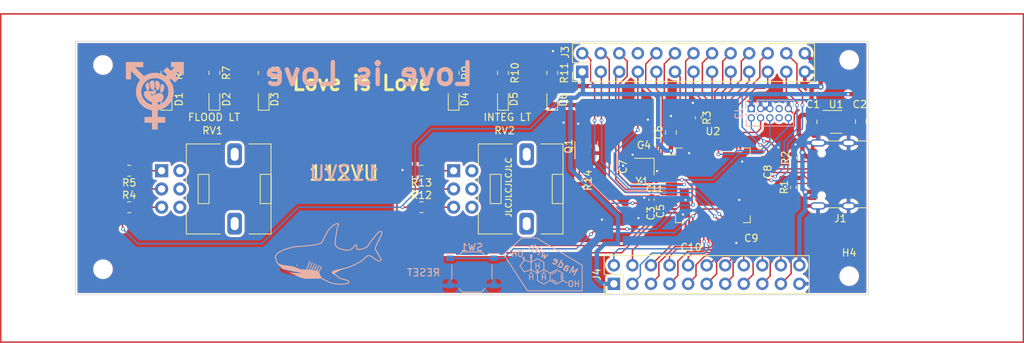
<source format=kicad_pcb>
(kicad_pcb (version 20221018) (generator pcbnew)

  (general
    (thickness 1.6)
  )

  (paper "A4")
  (layers
    (0 "F.Cu" signal)
    (31 "B.Cu" signal)
    (34 "B.Paste" user)
    (35 "F.Paste" user)
    (36 "B.SilkS" user "B.Silkscreen")
    (37 "F.SilkS" user "F.Silkscreen")
    (38 "B.Mask" user)
    (39 "F.Mask" user)
    (44 "Edge.Cuts" user)
    (45 "Margin" user)
    (46 "B.CrtYd" user "B.Courtyard")
    (47 "F.CrtYd" user "F.Courtyard")
    (48 "B.Fab" user)
    (49 "F.Fab" user)
  )

  (setup
    (stackup
      (layer "F.SilkS" (type "Top Silk Screen") (color "White"))
      (layer "F.Paste" (type "Top Solder Paste"))
      (layer "F.Mask" (type "Top Solder Mask") (color "Black") (thickness 0.01))
      (layer "F.Cu" (type "copper") (thickness 0.035))
      (layer "dielectric 1" (type "core") (thickness 1.51) (material "FR4") (epsilon_r 4.5) (loss_tangent 0.02))
      (layer "B.Cu" (type "copper") (thickness 0.035))
      (layer "B.Mask" (type "Bottom Solder Mask") (color "Black") (thickness 0.01))
      (layer "B.Paste" (type "Bottom Solder Paste"))
      (layer "B.SilkS" (type "Bottom Silk Screen") (color "White"))
      (copper_finish "None")
      (dielectric_constraints yes)
    )
    (pad_to_mask_clearance 0)
    (aux_axis_origin 83.1 113)
    (grid_origin 83.1 113)
    (pcbplotparams
      (layerselection 0x00010fc_ffffffff)
      (plot_on_all_layers_selection 0x0000000_00000000)
      (disableapertmacros false)
      (usegerberextensions false)
      (usegerberattributes true)
      (usegerberadvancedattributes true)
      (creategerberjobfile true)
      (dashed_line_dash_ratio 12.000000)
      (dashed_line_gap_ratio 3.000000)
      (svgprecision 4)
      (plotframeref false)
      (viasonmask false)
      (mode 1)
      (useauxorigin false)
      (hpglpennumber 1)
      (hpglpenspeed 20)
      (hpglpendiameter 15.000000)
      (dxfpolygonmode true)
      (dxfimperialunits true)
      (dxfusepcbnewfont true)
      (psnegative false)
      (psa4output false)
      (plotreference false)
      (plotvalue false)
      (plotinvisibletext false)
      (sketchpadsonfab false)
      (subtractmaskfromsilk false)
      (outputformat 1)
      (mirror false)
      (drillshape 0)
      (scaleselection 1)
      (outputdirectory "Manufacturing/")
    )
  )

  (net 0 "")
  (net 1 "GND")
  (net 2 "+3V3")
  (net 3 "/SWD_NRST")
  (net 4 "VBUS")
  (net 5 "Net-(J1-CC1)")
  (net 6 "/USB_D+")
  (net 7 "/USB_D-")
  (net 8 "unconnected-(J1-SBU1-PadA8)")
  (net 9 "Net-(J1-CC2)")
  (net 10 "unconnected-(J1-SBU2-PadB8)")
  (net 11 "/POT_2")
  (net 12 "/POT_1")
  (net 13 "unconnected-(U1-NC-Pad4)")
  (net 14 "/SWD_IO")
  (net 15 "/SWD_CLK")
  (net 16 "/SWD_TRACE")
  (net 17 "unconnected-(J2-KEY-Pad7)")
  (net 18 "unconnected-(J2-NC{slash}TDI-Pad8)")
  (net 19 "unconnected-(J3-Pin_8-Pad8)")
  (net 20 "/HSE_IN")
  (net 21 "/HSE_OUT")
  (net 22 "Net-(D1-A)")
  (net 23 "Net-(D2-A)")
  (net 24 "/BOOT0")
  (net 25 "/LED_PWR")
  (net 26 "Net-(D3-A)")
  (net 27 "Net-(D4-A)")
  (net 28 "Net-(D5-A)")
  (net 29 "Net-(D6-A)")
  (net 30 "Net-(R4-Pad2)")
  (net 31 "Net-(R5-Pad1)")
  (net 32 "Net-(R12-Pad2)")
  (net 33 "Net-(R13-Pad1)")
  (net 34 "/E_WXR_PC9")
  (net 35 "/E_WXR_PA8")
  (net 36 "/E_WXR_PC8")
  (net 37 "/E_WXR_PC7")
  (net 38 "/E_B_PB5")
  (net 39 "/E_B_PB4")
  (net 40 "/E_B_PD2")
  (net 41 "/E_B_PC11")
  (net 42 "/E_B_PC12")
  (net 43 "/E_B_PC10")
  (net 44 "/E_WXR_PA3")
  (net 45 "/E_WXR_PA5")
  (net 46 "/E_WXR_PA4")
  (net 47 "/E_WXR_PC5")
  (net 48 "/E_WXR_PC4")
  (net 49 "/E_WXR_PA6")
  (net 50 "/E_WXR_PA7")
  (net 51 "/E_WXR_PB10")
  (net 52 "/E_WXR_PB2")
  (net 53 "/E_WXR_PB12")
  (net 54 "/E_WXR_PB11")
  (net 55 "/E_WXR_PB14")
  (net 56 "/E_WXR_PB13")
  (net 57 "/E_WXR_PC6")
  (net 58 "/E_WXR_PB15")
  (net 59 "/E_B_PB0")
  (net 60 "/E_B_PB1")
  (net 61 "/E_B_PC3")
  (net 62 "/PA0")
  (net 63 "/E_B_PC2")
  (net 64 "/E_B_PC1")
  (net 65 "/E_B_PC0")
  (net 66 "/E_B_PC14")
  (net 67 "/E_B_PC15")
  (net 68 "/E_B_PC13")
  (net 69 "/E_B_PB9")
  (net 70 "/E_B_PB7")
  (net 71 "/E_B_PB8")
  (net 72 "/E_B_PB6")
  (net 73 "/E_B_PA15")
  (net 74 "/E_B_PA10")
  (net 75 "/E_B_PA9")

  (footprint "Capacitor_SMD:C_0805_2012Metric" (layer "F.Cu") (at 200.85 82.75 -90))

  (footprint "Resistor_SMD:R_0805_2012Metric" (layer "F.Cu") (at 100.6875 89.5 180))

  (footprint "Resistor_SMD:R_0805_2012Metric" (layer "F.Cu") (at 105.8 76.0875 -90))

  (footprint "Capacitor_SMD:C_0201_0603Metric" (layer "F.Cu") (at 173.1 93.405 90))

  (footprint "Capacitor_SMD:C_0805_2012Metric" (layer "F.Cu") (at 194.1 82.8 -90))

  (footprint "Resistor_SMD:R_0402_1005Metric" (layer "F.Cu") (at 191.6 91.79 -90))

  (footprint "MountingHole:MountingHole_2.2mm_M2" (layer "F.Cu") (at 199.25 103.95))

  (footprint "Resistor_SMD:R_0805_2012Metric" (layer "F.Cu") (at 151.85 76.0875 -90))

  (footprint "Resistor_SMD:R_0402_1005Metric" (layer "F.Cu") (at 191.7 87.74 90))

  (footprint "Resistor_SMD:R_0402_1005Metric" (layer "F.Cu") (at 178.6 82.2375 -90))

  (footprint "Capacitor_SMD:C_0201_0603Metric" (layer "F.Cu") (at 171.155 87.15 180))

  (footprint "Resistor_SMD:R_0805_2012Metric" (layer "F.Cu") (at 145.1 76.0875 -90))

  (footprint "MountingHole:MountingHole_2.2mm_M2" (layer "F.Cu") (at 97.1 103))

  (footprint "LED_SMD:LED_0603_1608Metric" (layer "F.Cu") (at 145.1 79.7125 90))

  (footprint "MountingHole:MountingHole_2.2mm_M2" (layer "F.Cu") (at 199.25 74.3))

  (footprint "Capacitor_SMD:C_0201_0603Metric" (layer "F.Cu") (at 184.1 98.75 180))

  (footprint "Potentiometer_THT:Potentiometer_Alps_RK09L_Double_Vertical" (layer "F.Cu") (at 145.1 89.5))

  (footprint "LED_SMD:LED_0603_1608Metric" (layer "F.Cu") (at 112.35 79.7125 90))

  (footprint "Package_TO_SOT_SMD:SOT-23-5" (layer "F.Cu") (at 197.4625 82.8))

  (footprint "LED_SMD:LED_0603_1608Metric" (layer "F.Cu") (at 105.8 79.7125 90))

  (footprint "Potentiometer_THT:Potentiometer_Alps_RK09L_Double_Vertical" (layer "F.Cu") (at 105.125 89.5))

  (footprint "Package_QFP:LQFP-64_10x10mm_P0.5mm" (layer "F.Cu") (at 180.6 91.5))

  (footprint "Resistor_SMD:R_0805_2012Metric" (layer "F.Cu") (at 140.6875 89.5 180))

  (footprint "Capacitor_SMD:C_0201_0603Metric" (layer "F.Cu") (at 169.35 88.945 90))

  (footprint "Connector_USB:USB_C_Receptacle_G-Switch_GT-USB-7010ASV" (layer "F.Cu") (at 198.1 90 90))

  (footprint "LED_SMD:LED_0603_1608Metric" (layer "F.Cu") (at 158.6 79.7125 90))

  (footprint "LED_SMD:LED_0603_1608Metric" (layer "F.Cu") (at 151.85 79.7125 90))

  (footprint "Crystal:Crystal_SMD_2016-4Pin_2.0x1.6mm" (layer "F.Cu") (at 171.2 88.95 180))

  (footprint "Resistor_SMD:R_0402_1005Metric" (layer "F.Cu") (at 162.3 90.81 -90))

  (footprint "Capacitor_SMD:C_0201_0603Metric" (layer "F.Cu") (at 177.6 99 180))

  (footprint "LED_SMD:LED_0603_1608Metric" (layer "F.Cu") (at 119.1 79.7125 90))

  (footprint "Package_TO_SOT_SMD:SOT-23" (layer "F.Cu") (at 163.25 86.15 90))

  (footprint "Resistor_SMD:R_0805_2012Metric" (layer "F.Cu") (at 119.1 76.0875 -90))

  (footprint "Capacitor_SMD:C_0402_1005Metric" (layer "F.Cu") (at 172.2 93.47 90))

  (footprint "Connector_PinHeader_2.54mm:PinHeader_2x11_P2.54mm_Vertical" (layer "F.Cu") (at 167.04 105 90))

  (footprint "Resistor_SMD:R_0805_2012Metric" (layer "F.Cu") (at 112.35 76.0875 -90))

  (footprint "Capacitor_SMD:C_0201_0603Metric" (layer "F.Cu") (at 188.1 87.905 -90))

  (footprint "Resistor_SMD:R_0805_2012Metric" (layer "F.Cu") (at 140.6875 94.5))

  (footprint "MountingHole:MountingHole_2.2mm_M2" (layer "F.Cu") (at 97.1 75))

  (footprint "Resistor_SMD:R_0805_2012Metric" (layer "F.Cu") (at 100.6875 94.5))

  (footprint "Capacitor_SMD:C_0201_0603Metric" (layer "F.Cu") (at 172.505 91 180))

  (footprint "Capacitor_SMD:C_0805_2012Metric" (layer "F.Cu") (at 174.85 84.25 90))

  (footprint "Resistor_SMD:R_0805_2012Metric" (layer "F.Cu") (at 158.6 76.0875 -90))

  (footprint "Connector_PinHeader_2.54mm:PinHeader_2x13_P2.54mm_Vertical" (layer "F.Cu") (at 162.7 75.94 90))

  (footprint "Button_Switch_SMD:SW_Push_1P1T_XKB_TS-1187A" (layer "B.Cu")
    (tstamp 0c7697ed-d35f-4940-b76f-7f3b5099c64a)
    (at 147.6 103.375 180)
    (descr "SMD Tactile Switch, http://www.helloxkb.com/public/images/pdf/TS-1187A-X-X-X.pdf")
    (tags "SPST Tactile Switch")
    (property "JLCPCB Part" "C318884")
    (property "Manufracturer" "XKB Connectivity")
    (property "Manufracturer Part Number" "TS-1187A-B-A-B")
    (property "Sheetfile" "112VU.kicad_sch")
    (property "Sheetname" "")
    (property "ki_description" "Push button switch, generic, two pins")
    (property "ki_keywords" "switch normally-open pushbutton push-button")
    (path "/debe0302-74b9-4dc2-8b83-4956b40b8383")
    (attr smd exclude_from_pos_files)
    (fp_text reference "SW1" (at 0 3.375) (layer "B.SilkS")
        (effects (font (size 1 1) (thickness 0.15)) (justify mirror))
      (tstamp ad512b53-b5e8-4ac1-8c09-f78196ad9f7b)
    )
    (fp_text value "SW_Push" (at 0 -3.75) (layer "B.Fab")
        (effects (font (size 1 1) (thickness 0.15)) (justify mirror))
      (tstamp 42fbb2b0-a5ae-44b2-94bb-041b460628ff)
    )
    (fp_text user "${REFERENCE}" (at 0 3.75) (layer "B.Fab")
        (effects (font (size 1 1) (thickness 0.15)) (justify mirror))
      (tstamp b993c6ed-dcf5-4b43-8a3e-d114b94f40be)
    )
    (fp_line (start -2.75 1) (end -2.75 -1)
      (stroke (width 0.12) (type solid)) (layer "B.SilkS") (tstamp a511acbd-69a4-445c-9bf3-e4b06223649b))
    (fp_line (start -1.75 -2.3) (end -1.3 -2.75)
      (stroke (width 0.12) (type solid)) (layer "B.SilkS") (tstamp 23e890ba-6a93-4f78-bf0c-fa5b74b80e6e))
    (fp_line (start -1.75 2.3) (end -1.3 2.75)
      (stroke (width 0.12) (type solid)) (layer "B.SilkS") (tstamp ce141960-072d-42ac-8a9a-df5b9f63c23a))
    (fp_line (start -1.3 -2.75) (end 1.3 -2.75)
      (stroke (width 0.12) (type solid)) (layer "B.SilkS") (tstamp 34d53bc6-e4b8-40d0-8777-866e472aa5d6))
    (fp_line (start -1.3 2.75) (end 1.3 2.75)
      (stroke (width 0.12) (type solid)) (layer "B.SilkS") (tstamp 4d0720b7-5dd1-46c6-8bdc-c928e833e2ba))
    (fp_line (start 1.75 -2.3) (end 1.3 -2.75)
      (stroke (width 0.12) (type solid)) (layer "B.SilkS") (tstamp 02a256a1-56d8-40c4-b5d3-96f94e6bddd4))
    (fp_line (start 1.75 2.3) (end 1.3 2.75)
      (stroke (width 0.12) (type solid)) (layer "B.SilkS") (tstamp 175ae72f-6574-433f-bd9b-5b175086e4cd))
    (fp_line (start 2.75 1) (end 2.75 -1)
      (stroke (width 0.12) (type solid)) (layer "B.SilkS") (tstamp 3733ce30-c8d8-465b-8fcf-ac4a1cd2e738))
    (fp_line (start -3.75 -2.8) (end -3.75 2.8)
      (stroke (width 0.05) (type solid)) (layer "B.CrtYd") (tstamp 524d1cf4-107d-43cd-9c40-86727af6dce2))
    (fp_line (start -3.75 2.8) (end 3.75 2.8)
      (stroke (width 0.05) (type solid)) (layer "B.CrtYd") (tstamp 763c83f3-edf5-4ecc-99a2-0b71c66da722))
    (fp_line (start 3.75 -2.8) (end -3.75 -2.8)
      (stroke (width 0.05) (type solid)) (layer "B.CrtYd") (tstamp 51718c1e-8bd2-457b-97c7-3342d4aefc9a))
    (fp_line (start 3.75 2.8) (end 3.75 -2.8)
      (stroke (width 0.05) (type solid)) (layer "B.CrtYd") (tstamp af9b2056-dfe8-4432-8c04-385019f5ee5f))
    (fp_line (start -2.9 -2.1) (end -2.9 -1.6)
      (stroke (width 0.1) (type solid)) (layer "B.Fab") (tstamp 71a56f8d-736c-4212-bda7-111a8c9d8b3d))
    (fp_line (start -2.9 2.1) (end -2.9 1.6)
      (stroke (width 0.1) (type solid)) (layer "B.Fab") (tstamp f6830823-6c45-4200-a978-d08a0dcaea07))
    (fp_line (start -2.4 -1.4) (end -2.4 -1.25)
      (stroke (width 0.1) (type solid)) (layer "B.Fab") (tstamp 8e9228ed-6ed4-4a40-b930-cf6cd4b5348a))
    (fp_line (start -2.4 1.25) (end -2.4 1.4)
      (stroke (width 0.1) (type solid)) (layer "B.Fab") (tstamp 7be0ea7c-078a-43a4-8f81-d4f1bb05359c))
    (fp_line (start -2.4 1.4) (end -1.4 2.4)
      (stroke (width 0.1) (type solid)) (layer "B.Fab") (tstamp a1d624cb-924e-4687-8961-23fcc6df92f8))
    (fp_line (start -1.4 -2.4) (end -2.4 -1.4)
      (stroke (width 0.1) (type solid)) (layer "B.Fab") (tstamp 05990326-9688-43d9-93f4-ccb48c6647ad))
    (fp_line (start -1.4 2.4) (end -1.25 2.4)
      (stroke (width 0.1) (type solid)) (layer "B.Fab") (tstamp 05c1bc93-4d2d-4099-9630-6c9424276676))
    (fp_line (start -1.25 -2.4) (end -1.4 -2.4)
      (stroke (width 0.1) (type solid)) (layer "B.Fab") (tstamp c8faca34-dcaf-4883-b8da-760d9b42ec69))
    (fp_line (start 1.25 2.4) (end 1.4 2.4)
      (stroke (width 0.1) (type solid)) (layer "B.Fab") (tstamp ba25ee4c-bb65-4dc3-b30f-089a53c5d693))
    (fp_line (start 1.4 -2.4) (end 1.25 -2.4)
      (stroke (width 0.1) (type solid)) (layer "B.Fab") (tstamp c4e7c6b5-334a-4ffe-a962-e545fec14769))
    (fp_line (start 1.4 2.4) (end 2.4 1.4)
      (stroke (width 0.1) (type solid)) (layer "B.Fab") (tstamp 97e89e9e-8d18-4cee-bac0-37ae89f9371c))
    (fp_line (start 2.4 -1.4) (end 1.4 -2.4)
      (stroke (width 0.1) (type solid)) (layer "B.Fab") (tstamp 0707bfa8-9732-41aa-8bb5-8afe2a502bc5))
    (fp_line (start 2.4 -1.25) (end 2.4 -1.4)
      (stroke (width 0.1) (type solid)) (layer "B.Fab") (tstamp bc08eb01-a8
... [497170 chars truncated]
</source>
